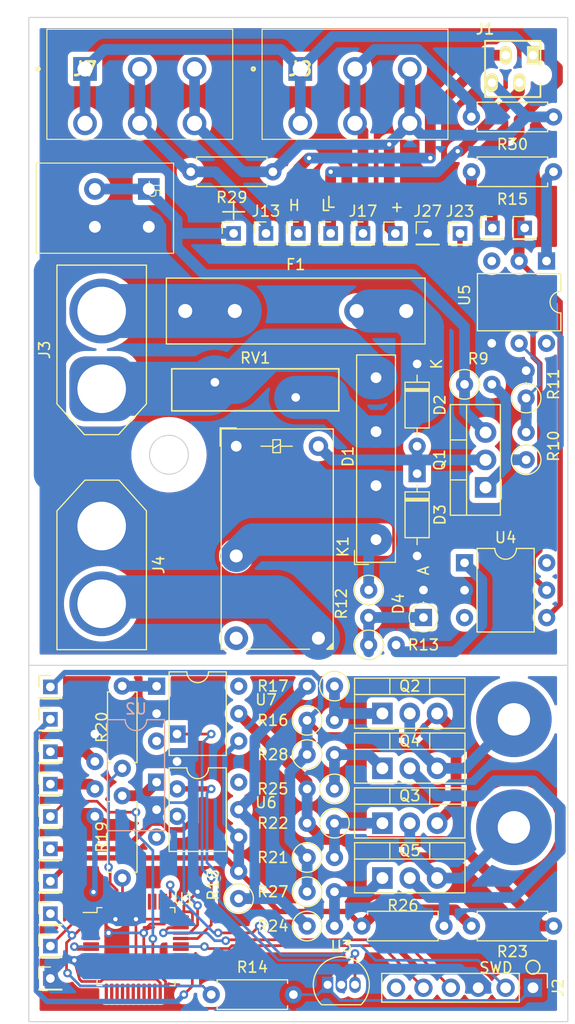
<source format=kicad_pcb>
(kicad_pcb (version 20221018) (generator pcbnew)
  (layers (0 "F.Cu" signal) (31 "B.Cu" signal) (34 "B.Paste" user) (35 "F.Paste" user) (36 "B.SilkS" user "B.Silkscreen") (37 "F.SilkS" user "F.Silkscreen") (38 "B.Mask" user) (39 "F.Mask" user) (44 "Edge.Cuts" user))
  (net 0 "")
  (net 1 "Net-(D1-+)")
  (net 2 "GNDPWR")
  (net 3 "Net-(D2-K)")
  (net 4 "Net-(J3-Pin_1)")
  (net 5 "Net-(D2-A)")
  (net 6 "Net-(D4-K)")
  (net 7 "Net-(J3-Pin_2)")
  (net 8 "GND")
  (net 9 "Net-(J1-Pin_2)")
  (net 10 "Net-(J1-Pin_3)")
  (net 11 "Net-(J1-Pin_4)")
  (net 12 "+3.3V")
  (net 13 "Net-(J2-Pin_2)")
  (net 14 "Net-(J2-Pin_4)")
  (net 15 "Net-(J2-Pin_5)")
  (net 17 "Net-(J4-Pin_2)")
  (net 18 "Net-(J5-Pin_1)")
  (net 19 "Net-(J6-Pin_1)")
  (net 20 "Net-(J6-Pin_2)")
  (net 22 "Net-(Q1-B)")
  (net 23 "Net-(Q2-B)")
  (net 24 "Net-(Q3-B)")
  (net 25 "Net-(Q4-B)")
  (net 26 "Net-(Q4-C)")
  (net 27 "Net-(Q5-B)")
  (net 36 "Net-(R10-Pad2)")
  (net 37 "Net-(R13-Pad2)")
  (net 38 "SENSE")
  (net 39 "Net-(R15-Pad1)")
  (net 40 "PULSE")
  (net 41 "Net-(R17-Pad2)")
  (net 42 "Net-(R19-Pad1)")
  (net 43 "M_L")
  (net 44 "Net-(R20-Pad1)")
  (net 45 "M_R")
  (net 46 "Net-(R22-Pad2)")
  (net 66 "Net-(U1-PA12)")
  (net 77 "Net-(J10-Pin_1)")
  (net 78 "Net-(J11-Pin_1)")
  (net 79 "Net-(U1-PA11)")
  (net 80 "Net-(J13-Pin_1)")
  (net 81 "Net-(J14-Pin_1)")
  (net 82 "Net-(J16-Pin_1)")
  (net 83 "Net-(J17-Pin_1)")
  (net 84 "Net-(J18-Pin_1)")
  (net 85 "Net-(J21-Pin_1)")
  (net 86 "Net-(J23-Pin_1)")
  (net 87 "Net-(J26-Pin_1)")
  (footprint "Connector_PinHeader_2.00mm:PinHeader_1x01_P2.00mm_Vertical" (layer "F.Cu") (at 58 80.01)
    (fp_text reference "J23")
    (fp_text value "Conn_01x01")
  )
  (footprint "Resistor_THT:R_Axial_DIN0207_L6.3mm_D2.5mm_P2.54mm_Vertical" (layer "F.Cu") (at 64.135 100.965 90)
    (fp_text reference "R10")
    (fp_text value "R")
  )
  (footprint "Resistor_THT:R_Axial_DIN0207_L6.3mm_D2.5mm_P2.54mm_Vertical" (layer "F.Cu") (at 43.815 140.97)
    (fp_text reference "R27")
    (fp_text value "R")
  )
  (footprint "Connector_PinHeader_2.00mm:PinHeader_1x01_P2.00mm_Vertical" (layer "F.Cu") (at 37 80)
    (fp_text reference "J9" hide)
    (fp_text value "Conn_01x01")
  )
  (footprint "Connector_PinHeader_2.00mm:PinHeader_1x01_P2.00mm_Vertical" (layer "F.Cu") (at 20 137)
    (fp_text reference "J26" hide)
    (fp_text value "Conn_01x01")
  )
  (footprint "Connector_PinHeader_2.00mm:PinHeader_1x01_P2.00mm_Vertical" (layer "F.Cu") (at 20 128)
    (fp_text reference "J11" hide)
    (fp_text value "Conn_01x01")
  )
  (footprint "Resistor_THT:R_Axial_DIN0207_L6.3mm_D2.5mm_P2.54mm_Vertical" (layer "F.Cu") (at 58.42 93.98)
    (fp_text reference "R9")
    (fp_text value "R")
  )
  (footprint "Connector_PinHeader_2.00mm:PinHeader_1x01_P2.00mm_Vertical" (layer "F.Cu") (at 49 80)
    (fp_text reference "J17")
    (fp_text value "Conn_01x01")
  )
  (footprint "Package_TO_SOT_THT:TO-220-3_Vertical" (layer "F.Cu") (at 50.8 124.46)
    (fp_text reference "Q2")
    (fp_text value "BD680")
  )
  (footprint "Connector_PinHeader_2.00mm:PinHeader_1x01_P2.00mm_Vertical" (layer "F.Cu") (at 20 122)
    (fp_text reference "J10" hide)
    (fp_text value "Conn_01x01")
  )
  (footprint "Resistor_THT:R_Axial_DIN0207_L6.3mm_D2.5mm_P7.62mm_Horizontal" (layer "F.Cu") (at 66.675 144.145 180)
    (fp_text reference "R23")
    (fp_text value "R")
  )
  (footprint "Diode_THT:D_DO-35_SOD27_P2.54mm_Vertical_AnodeUp" (layer "F.Cu") (at 54.61 115.57 90)
    (fp_text reference "D4")
    (fp_text value "BZX79C")
  )
  (footprint "Connector_PinHeader_2.00mm:PinHeader_1x01_P2.00mm_Vertical" (layer "F.Cu") (at 20 143)
    (fp_text reference "J24" hide)
    (fp_text value "Conn_01x01")
  )
  (footprint "Charging_controller:Phoenix_ICV_3_vertical" (layer "F.Cu") (at 43.18 64.77)
    (fp_text reference "J8")
    (fp_text value "Conn_01x03" hide)
  )
  (footprint "Connector_PinHeader_2.00mm:PinHeader_1x01_P2.00mm_Vertical" (layer "F.Cu") (at 43 80)
    (fp_text reference "J12" hide)
    (fp_text value "Conn_01x01")
  )
  (footprint "Package_DIP:DIP-6_W7.62mm" (layer "F.Cu") (at 58.42 110.505)
    (fp_text reference "U4")
    (fp_text value "4N25")
  )
  (footprint "Connector_PinHeader_2.54mm:PinHeader_1x06_P2.54mm_Vertical" (layer "F.Cu") (at 64.77 149.86 -90)
    (fp_text reference "J2")
    (fp_text value "SWD")
  )
  (footprint "Diode_THT:D_DO-35_SOD27_P7.62mm_Horizontal" (layer "F.Cu") (at 54.019999 102.249999 -90)
    (fp_text reference "D3")
    (fp_text value "BAV21")
  )
  (footprint "Varistor:RV_Disc_D15.5mm_W3.9mm_P7.5mm" (layer "F.Cu") (at 42.759999 95.189999 180)
    (fp_text reference "RV1")
    (fp_text value "Varistor")
  )
  (footprint "Resistor_THT:R_Axial_DIN0207_L6.3mm_D2.5mm_P2.54mm_Vertical" (layer "F.Cu") (at 37.465 141.605 90)
    (fp_text reference "R18")
    (fp_text value "R")
  )
  (footprint "Resistor_THT:R_Axial_DIN0207_L6.3mm_D2.5mm_P2.54mm_Vertical" (layer "F.Cu") (at 43.815 137.795)
    (fp_text reference "R21")
    (fp_text value "R")
  )
  (footprint "Resistor_THT:R_Axial_DIN0207_L6.3mm_D2.5mm_P7.62mm_Horizontal" (layer "F.Cu") (at 66.675 74.295 180)
    (fp_text reference "R15")
    (fp_text value "R")
  )
  (footprint "Package_TO_SOT_THT:TO-220-3_Vertical" (layer "F.Cu") (at 50.8 139.7)
    (fp_text reference "Q5")
    (fp_text value "BD680")
  )
  (footprint "Fuse:Fuseholder_Littelfuse_100_series_5x20mm" (layer "F.Cu") (at 32.509999 87.189999)
    (fp_text reference "F1")
    (fp_text value "Fuse")
  )
  (footprint "Resistor_THT:R_Axial_DIN0207_L6.3mm_D2.5mm_P7.62mm_Horizontal" (layer "F.Cu") (at 42.545 150.495 180)
    (fp_text reference "R14")
    (fp_text value "R")
  )
  (footprint "Resistor_THT:R_Axial_DIN0207_L6.3mm_D2.5mm_P7.62mm_Horizontal" (layer "F.Cu") (at 56.515 144.145 180)
    (fp_text reference "R26")
    (fp_text value "R")
  )
  (footprint "Package_DIP:DIP-6_W7.62mm" (layer "F.Cu") (at 29.855 121.935)
    (fp_text reference "U7")
    (fp_text value "4N25")
  )
  (footprint "Resistor_THT:R_Axial_DIN0207_L6.3mm_D2.5mm_P2.54mm_Vertical" (layer "F.Cu") (at 64.135 95.25 90)
    (fp_text reference "R11")
    (fp_text value "R")
  )
  (footprint "Package_TO_SOT_THT:TO-220-3_Vertical" (layer "F.Cu") (at 60.369999 103.519999 90)
    (fp_text reference "Q1")
    (fp_text value "BD680")
  )
  (footprint "Resistor_THT:R_Axial_DIN0207_L6.3mm_D2.5mm_P2.54mm_Vertical" (layer "F.Cu") (at 49.53 113.03 -90)
    (fp_text reference "R12")
    (fp_text value "R")
  )
  (footprint "Connector_PinHeader_2.00mm:PinHeader_1x01_P2.00mm_Vertical" (layer "F.Cu") (at 40 80)
    (fp_text reference "J13")
    (fp_text value "Conn_01x01")
  )
  (footprint "Connector_PinHeader_2.00mm:PinHeader_1x01_P2.00mm_Vertical" (layer "F.Cu") (at 46 80)
    (fp_text reference "J15" hide)
    (fp_text value "Conn_01x01")
  )
  (footprint "Resistor_THT:R_Axial_DIN0207_L6.3mm_D2.5mm_P2.54mm_Vertical" (layer "F.Cu") (at 46.355 121.92 180)
    (fp_text reference "R17")
    (fp_text value "R")
  )
  (footprint "Connector_PinHeader_2.00mm:PinHeader_1x01_P2.00mm_Vertical" (layer "F.Cu") (at 20 131)
    (fp_text reference "J16" hide)
    (fp_text value "Conn_01x01")
  )
  (footprint "Charging_controller:CONN-TE-MICROMATCH-2X2-PTH-BOSS" (layer "F.Cu") (at 60.325 64.77)
    (fp_text reference "J1")
    (fp_text value "CAN")
  )
  (footprint "Resistor_THT:R_Axial_DIN0207_L6.3mm_D2.5mm_P2.54mm_Vertical" (layer "F.Cu") (at 46.355 134.62 180)
    (fp_text reference "R22")
    (fp_text value "R")
  )
  (footprint "Connector_PinHeader_2.00mm:PinHeader_1x01_P2.00mm_Vertical" (layer "F.Cu") (at 20 134)
    (fp_text reference "J18" hide)
    (fp_text value "Conn_01x01")
  )
  (footprint "Connector_AMASS:AMASS_XT60-F_1x02_P7.20mm_Vertical" (layer "F.Cu") (at 24.759999 107.1 -90)
    (fp_text reference "J4")
    (fp_text value "BAT")
  )
  (footprint "Charging_controller:Motor" (layer "F.Cu") (at 63 135 90)
    (fp_text reference "J6")
    (fp_text value "MOTOR")
  )
  (footprint "Resistor_THT:R_Axial_DIN0207_L6.3mm_D2.5mm_P2.54mm_Vertical" (layer "F.Cu") (at 43.815 144.145)
    (fp_text reference "R24")
    (fp_text value "R")
  )
  (footprint "Connector_PinHeader_2.00mm:PinHeader_1x01_P2.00mm_Vertical" (layer "F.Cu") (at 20 146)
    (fp_text reference "J22" hide)
    (fp_text value "Conn_01x01")
  )
  (footprint "Diode_THT:Diode_Bridge_19.0x3.5x10.0mm_P5.0mm" (layer "F.Cu") (at 50.209999 108.359999 90)
    (fp_text reference "D1")
    (fp_text value "D_Bridge_+-AA")
  )
  (footprint "Connector_PinHeader_2.00mm:PinHeader_1x01_P2.00mm_Vertical" (layer "F.Cu") (at 55 80)
    (fp_text reference "J27")
    (fp_text value "Conn_01x01")
  )
  (footprint "Resistor_THT:R_Axial_DIN0207_L6.3mm_D2.5mm_P2.54mm_Vertical" (layer "F.Cu") (at 43.815 128.27)
    (fp_text reference "R28")
    (fp_text value "R")
  )
  (footprint "Connector_PinHeader_2.00mm:PinHeader_1x01_P2.00mm_Vertical" (layer "F.Cu") (at 20 149)
    (fp_text reference "J20" hide)
    (fp_text value "Conn_01x01")
  )
  (footprint "Connector_PinHeader_2.00mm:PinHeader_1x01_P2.00mm_Vertical" (layer "F.Cu") (at 20 125)
    (fp_text reference "J14" hide)
    (fp_text value "Conn_01x01")
  )
  (footprint "Resistor_THT:R_Axial_DIN0207_L6.3mm_D2.5mm_P7.62mm_Horizontal" (layer "F.Cu") (at 40.64 74.295 180)
    (fp_text reference "R29")
    (fp_text value "R")
  )
  (footprint "Resistor_THT:R_Axial_DIN0207_L6.3mm_D2.5mm_P7.62mm_Horizontal" (layer "F.Cu") (at 26.67 121.92 -90)
    (fp_text reference "R20")
    (fp_text value "R")
  )
  (footprint "Resistor_THT:R_Axial_DIN0207_L6.3mm_D2.5mm_P2.54mm_Vertical" (layer "F.Cu") (at 43.815 125.095)
    (fp_text reference "R16")
    (fp_text value "R")
  )
  (footprint "Charging_controller:Phoenix_ICV_3_vertical" (layer "F.Cu") (at 23.215 64.77)
    (fp_text reference "J7")
    (fp_text value "Conn_01x03" hide)
  )
  (footprint "Charging_controller:Wago_01x02_3,5mm" (layer "F.Cu") (at 29.13 75.889999 -90)
    (fp_text reference "J5")
    (fp_text value "ZAS")
  )
  (footprint "Package_TO_SOT_THT:TO-220-3_Vertical" (layer "F.Cu") (at 50.8 134.62)
    (fp_text reference "Q3")
    (fp_text value "BD680")
  )
  (footprint "Package_QFP:LQFP-48_7x7mm_P0.5mm" (layer "F.Cu") (at 27.94 146.05)
    (fp_text reference "U1")
    (fp_text value "STM32F103CBTx")
  )
  (footprint "Connector_PinHeader_2.00mm:PinHeader_1x01_P2.00mm_Vertical" (layer "F.Cu") (at 20 140)
    (fp_text reference "J28" hide)
    (fp_text value "Conn_01x01")
  )
  (footprint "Package_TO_SOT_THT:TO-220-3_Vertical" (layer "F.Cu") (at 50.8 129.54)
    (fp_text reference "Q4")
    (fp_text value "BD680")
  )
  (footprint "Package_TO_SOT_THT:TO-92_Inline" (layer "F.Cu") (at 45.72 149.585)
    (fp_text reference "U3")
    (fp_text value "L78L33_TO92")
  )
  (footprint "Package_DIP:DIP-6_W7.62mm" (layer "F.Cu") (at 29.855 130.825)
    (fp_text reference "U6")
    (fp_text value "4N25")
  )
  (footprint "Resistor_THT:R_Axial_DIN0207_L6.3mm_D2.5mm_P7.62mm_Horizontal" (layer "F.Cu") (at 66.675 69.215 180)
    (fp_text reference "R30")
    (fp_text value "R")
  )
  (footprint "Resistor_THT:R_Axial_DIN0207_L6.3mm_D2.5mm_P2.54mm_Vertical" (layer "F.Cu") (at 46.355 131.445 180)
    (fp_text reference "R25")
    (fp_text value "R")
  )
  (footprint "Resistor_THT:R_Axial_DIN0207_L6.3mm_D2.5mm_P2.54mm_Vertical" (layer "F.Cu") (at 49.53 118.11)
    (fp_text reference "R13")
    (fp_text value "R")
  )
  (footprint "Package_DIP:DIP-6_W7.62mm" (layer "F.Cu") (at 66.025 82.56 -90)
    (fp_text reference "U5")
    (fp_text value "4N25")
  )
  (footprint "Connector_PinHeader_2.00mm:PinHeader_1x01_P2.00mm_Vertical" (layer "F.Cu") (at 52 80.01)
    (fp_text reference "J25" hide)
    (fp_text value "Conn_01x01")
  )
  (footprint "Resistor_THT:R_Axial_DIN0207_L6.3mm_D2.5mm_P7.62mm_Horizontal" (layer "F.Cu") (at 26.67 132.08 -90)
    (fp_text reference "R19")
    (fp_text value "R")
  )
  (footprint "Relay_THT:Relay_SPDT_Finder_32.21-x000" (layer "F.Cu") (at 37.2425 99.709999 -90)
    (fp_text reference "K1")
    (fp_text value "FINDER-32.21-x000")
  )
  (footprint "Connector_PinHeader_2.00mm:PinHeader_1x01_P2.00mm_Vertical" (layer "F.Cu") (at 64 79.5)
    (fp_text reference "J19" hide)
    (fp_text value "Conn_01x01")
  )
  (footprint "Diode_THT:D_DO-35_SOD27_P7.62mm_Horizontal" (layer "F.Cu") (at 54.019999 92.089999 -90)
    (fp_text reference "D2")
    (fp_text value "BAV21")
  )
  (footprint "Connector_PinHeader_2.00mm:PinHeader_1x01_P2.00mm_Vertical" (layer "F.Cu") (at 61 79.5)
    (fp_text reference "J21" hide)
    (fp_text value "Conn_01x01")
  )
  (footprint "Connector_AMASS:AMASS_XT60-M_1x02_P7.20mm_Vertical" (layer "F.Cu") (at 24.759999 94.389999 90)
    (fp_text reference "J3")
    (fp_text value "LAD")
  )
  (footprint "Package_DIP:DIP-8_W7.62mm" (layer "B.Cu") (at 31.75 126.365 180)
    (fp_text reference "U2")
    (fp_text value "MCP2562-E-P")
  )
  (gr_circle (center 64.77 147.955) (end 65.405 147.955) (stroke (width 0.15)) (fill none) (layer "F.SilkS"))
  (gr_line (start 37 77) (end 37 78.67) (stroke (width 0.15)) (layer "F.SilkS"))
  (gr_line (start 36 78) (end 38 78) (stroke (width 0.15)) (layer "F.SilkS"))
  (gr_line (start 68 60) (end 68 89) (stroke (width 0.1)) (layer "Edge.Cuts"))
  (gr_line (start 68 120) (end 68 89) (stroke (width 0.1)) (layer "Edge.Cuts"))
  (gr_line (start 18 60) (end 68 60) (stroke (width 0.1)) (layer "Edge.Cuts"))
  (gr_line (start 18 70) (end 18 60) (stroke (width 0.1)) (layer "Edge.Cuts"))
  (gr_line (start 68 153) (end 68 120) (stroke (width 0.1)) (layer "Edge.Cuts"))
  (gr_line (start 18 120) (end 68 120) (stroke (width 0.1)) (layer "Edge.Cuts"))
  (gr_line (start 18 120) (end 18 70) (stroke (width 0.1)) (layer "Edge.Cuts"))
  (gr_line (start 18 153) (end 68 153) (stroke (width 0.1)) (layer "Edge.Cuts"))
  (gr_circle (center 31 100.5) (end 32.8 100.5) (stroke (width 0.1)) (fill none) (layer "Edge.Cuts"))
  (gr_line (start 18 120) (end 18 153) (stroke (width 0.1)) (layer "Edge.Cuts"))
  (gr_text "SWD" (at 59.69 148.59) (layer "F.SilkS") (effects (font (size 1 1)) (justify left bottom)))
  (gr_text "+" (at 51.435 78.105) (layer "F.SilkS") (effects (font (size 1 1)) (justify left bottom)))
  (gr_text "L" (at 45 78) (layer "F.SilkS") (effects (font (size 1 1)) (justify left bottom)))
  (gr_text "L" (at 45.5 77.705) (layer "F.SilkS") (effects (font (size 1 1)) (justify left bottom)))
  (gr_text "H" (at 42 78) (layer "F.SilkS") (effects (font (size 1 1)) (justify left bottom)))
  (segment (start 49.53 109.039998) (end 50.209999 108.359999) (width 1) (layer "B.Cu") (net 1))
  (segment (start 49.53 113.03) (end 49.53 109.039998) (width 1) (layer "B.Cu") (net 1))
  (segment (start 50.209999 108.359999) (end 38.7525 108.359999) (width 3) (layer "B.Cu") (net 1))
  (segment (start 38.7525 108.359999) (end 37.2425 109.869999) (width 3) (layer "B.Cu") (net 1))
  (segment (start 20 140) (end 22.166 137.834) (width 0.5) (layer "F.Cu") (net 2))
  (segment (start 36.234 137.834) (end 37.465 139.065) (width 0.5) (layer "F.Cu") (net 2))
  (segment (start 41.195 142.795) (end 37.465 139.065) (width 0.5) (layer "F.Cu") (net 2))
  (segment (start 47.545 142.795) (end 41.195 142.795) (width 0.5) (layer "F.Cu") (net 2))
  (segment (start 57.555 142.645) (end 50.395 142.645) (width 1) (layer "F.Cu") (net 2))
  (segment (start 50.395 142.645) (end 48.895 144.145) (width 1) (layer "F.Cu") (net 2))
  (segment (start 59.055 144.145) (end 57.555 142.645) (width 1) (layer "F.Cu") (net 2))
  (segment (start 22.166 137.834) (end 36.234 137.834) (width 0.5) (layer "F.Cu") (net 2))
  (segment (start 48.895 144.145) (end 47.545 142.795) (width 0.5) (layer "F.Cu") (net 2))
  (segment (start 54.61 113.03) (end 54.61 110.46) (width 1) (layer "B.Cu") (net 2))
  (segment (start 54.019999 106.795987) (end 50.584011 103.359999) (width 3) (layer "B.Cu") (net 2))
  (segment (start 50.209999 103.359999) (end 37 103.359999) (width 3) (layer "B.Cu") (net 2))
  (segment (start 55 80) (end 60.945 85.945) (width 1) (layer "B.Cu") (net 2))
  (segment (start 33.259999 107.1) (end 37 103.359999) (width 5) (layer "B.Cu") (net 2))
  (segment (start 19.959999 102.3) (end 19.959999 83.56) (width 3) (layer "B.Cu") (net 2))
  (segment (start 54.61 110.46) (end 54.019999 109.869999) (width 1) (layer "B.Cu") (net 2))
  (segment (start 37.475 135.905) (end 37.475 139.055) (width 1) (layer "B.Cu") (net 2))
  (segment (start 66.584189 88.83) (end 67.375 89.620811) (width 0.5) (layer "B.Cu") (net 2))
  (segment (start 60.945 85.945) (end 60.945 90.18) (width 1) (layer "B.Cu") (net 2))
  (segment (start 24.13 79.389999) (end 29.13 79.389999) (width 3) (layer "B.Cu") (net 2))
  (segment (start 67.375 89.620811) (end 67.375 99.634189) (width 0.5) (layer "B.Cu") (net 2))
  (segment (start 36.195 134.625) (end 36.195 128.295) (width 0.5) (layer "B.Cu") (net 2))
  (segment (start 37.2425 103.117499) (end 37 103.359999) (width 3) (layer "B.Cu") (net 2))
  (segment (start 54.61 113.03) (end 58.405 113.03) (width 1) (layer "B.Cu") (net 2))
  (segment (start 37.2425 99.709999) (end 37.2425 103.117499) (width 3) (layer "B.Cu") (net 2))
  (segment (start 19.959999 83.56) (end 24.13 79.389999) (width 3) (layer "B.Cu") (net 2))
  (segment (start 24.759999 107.1) (end 19.959999 102.3) (width 3) (layer "B.Cu") (net 2))
  (segment (start 37.475 139.055) (end 37.465 139.065) (width 1) (layer "B.Cu") (net 2))
  (segment (start 60.213202 106.795987) (end 54.019999 106.795987) (width 0.5) (layer "B.Cu") (net 2))
  (segment (start 24.759999 107.1) (end 24.55 107.1) (width 5) (layer "B.Cu") (net 2))
  (segment (start 58.405 113.03) (end 58.42 113.045) (width 1) (layer "B.Cu") (net 2))
  (segment (start 54.019999 109.869999) (end 54.019999 106.795987) (width 3) (layer "B.Cu") (net 2))
  (segment (start 67.375 99.634189) (end 60.213202 106.795987) (width 0.5) (layer "B.Cu") (net 2))
  (segment (start 63.475 92.71) (end 60.945 90.18) (width 0.5) (layer "B.Cu") (net 2))
  (segment (start 64.135 92.71) (end 63.475 92.71) (width 1) (layer "B.Cu") (net 2))
  (segment (start 24.759999 107.1) (end 33.259999 107.1) (width 5) (layer "B.Cu") (net 2))
  (segment (start 50.584011 103.359999) (end 50.209999 103.359999) (width 3) (layer "B.Cu") (net 2))
  (segment (start 60.945 90.18) (end 62.295 88.83) (width 0.5) (layer "B.Cu") (net 2))
  (segment (start 36.195 128.295) (end 37.475 127.015) (width 0.5) (layer "B.Cu") (net 2))
  (segment (start 62.295 88.83) (end 66.584189 88.83) (width 0.5) (layer "B.Cu") (net 2))
  (segment (start 37.475 135.905) (end 36.195 134.625) (width 0.5) (layer "B.Cu") (net 2))
  (segment (start 42.759999 95.189999) (end 45.732686 95.189999) (width 4) (layer "B.Cu") (net 3))
  (segment (start 53.009999 87.189999) (end 49.612079 87.189999) (width 4) (layer "B.Cu") (net 3))
  (segment (start 50.209999 98.359999) (end 51.624212 98.359999) (width 3) (layer "B.Cu") (net 3))
  (segment (start 54.509999 95.474212) (end 54.509999 88.689999) (width 4) (layer "B.Cu") (net 3))
  (segment (start 54.509999 88.689999) (end 53.009999 87.189999) (width 4) (layer "B.Cu") (net 3))
  (segment (start 48.902686 98.359999) (end 50.209999 98.359999) (width 3) (layer "B.Cu") (net 3))
  (segment (start 51.624212 98.359999) (end 54.409999 95.574212) (width 3) (layer "B.Cu") (net 3))
  (segment (start 45.732686 95.189999) (end 48.902686 98.359999) (width 3) (layer "B.Cu") (net 3))
  (segment (start 54.409999 95.574212) (end 54.509999 95.474212) (width 4) (layer "B.Cu") (net 3))
  (segment (start 50.209999 93.359999) (end 49.842383 93.359999) (width 4) (layer "B.Cu") (net 4))
  (segment (start 34.659999 94.389999) (end 35.259999 93.789999) (width 5) (layer "B.Cu") (net 4))
  (segment (start 37.156803 93.789999) (end 35.259999 93.789999) (width 4) (layer "B.Cu") (net 4))
  (segment (start 40.126803 90.819999) (end 37.156803 93.789999) (width 4) (layer "B.Cu") (net 4))
  (segment (start 49.842383 93.359999) (end 47.302383 90.819999) (width 4) (layer "B.Cu") (net 4))
  (segment (start 47.302383 90.819999) (end 40.126803 90.819999) (width 4) (layer "B.Cu") (net 4))
  (segment (start 24.759999 94.389999) (end 34.659999 94.389999) (width 5) (layer "B.Cu") (net 4))
  (segment (start 54.019999 99.709999) (end 54.019999 102.249999) (width 1) (layer "B.Cu") (net 5))
  (segment (start 46.1325 100.979999) (end 60.369999 100.979999) (width 1) (layer "B.Cu") (net 5))
  (segment (start 44.8625 99.709999) (end 46.1325 100.979999) (width 1) (layer "B.Cu") (net 5))
  (segment (start 49.53 115.57) (end 54.61 115.57) (width 1) (layer "B.Cu") (net 6))
  (segment (start 49.53 115.57) (end 49.53 118.745) (width 1) (layer "B.Cu") (net 6))
  (segment (start 24.759999 87.189999) (end 37.109999 87.189999) (width 5) (layer "B.Cu") (net 7))
  (segment (start 27.965 126.365) (end 29.855 124.475) (width 1) (layer "F.Cu") (net 8))
  (segment (start 31.055685 142.825) (end 32.385 142.825) (width 0.25) (layer "F.Cu") (net 8))
  (segment (start 27.94 149.064315) (end 28.575 149.064315) (width 0.25) (layer "F.Cu") (net 8))
  (segment (start 29.845 149.064315) (end 30.19 149.409315) (width 0.25) (layer "F.Cu") (net 8))
  (segment (start 27.94 143.51) (end 30.370685 143.51) (width 0.25) (layer "F.Cu") (net 8))
  (segment (start 29.845 149.064315) (end 24.900685 149.064315) (width 0.25) (layer "F.Cu") (net 8))
  (segment (start 32.385 142.24) (end 32.385 142.825) (width 0.25) (layer "F.Cu") (net 8))
  (segment (start 33.18 142.99) (end 33.18 143.8) (width 0.25) (layer "F.Cu") (net 8))
  (segment (start 33.655 140.97) (end 32.385 142.24) (width 0.25) (layer "F.Cu") (net 8))
  (segment (start 32.385 142.825) (end 33.015 142.825) (width 0.25) (layer "F.Cu") (net 8))
  (segment (start 30.19 149.409315) (end 30.19 150.2125) (width 0.25) (layer "F.Cu") (net 8))
  (segment (start 67.035 65.92132) (end 63.485 69.47132) (width 1) (layer "F.Cu") (net 8))
  (segment (start 33.18 143.8) (end 32.1025 143.8) (width 0.25) (layer "F.Cu") (net 8))
  (segment (start 22.86 149.225) (end 22.91 149.275) (width 0.25) (layer "F.Cu") (net 8))
  (segment (start 25.69 143.165) (end 26.035 143.51) (width 0.25) (layer "F.Cu") (net 8))
  (segment (start 22.91 149.275) (end 22.715 149.08) (width 0.25) (layer "F.Cu") (net 8))
  (segment (start 22.715 149.08) (end 22.225 147.32) (width 0.25) (layer "F.Cu") (net 8))
  (segment (start 67.29 114.335) (end 66.04 115.585) (width 0.5) (layer "F.Cu") (net 8))
  (segment (start 63.485 82.56) (end 67.29 86.365) (width 0.5) (layer "F.Cu") (net 8))
  (segment (start 24.900685 149.064315) (end 24.69 149.275) (width 0.25) (layer "F.Cu") (net 8))
  (segment (start 22.225 147.32) (end 22.715 147.059315) (width 0.25) (layer "F.Cu") (net 8))
  (segment (start 64.77 63.5) (end 65.85632 63.5) (width 1) (layer "F.Cu") (net 8))
  (segment (start 33.015 142.825) (end 33.18 142.99) (width 0.25) (layer "F.Cu") (net 8))
  (segment (start 67.29 86.365) (end 67.29 114.335) (width 0.5) (layer "F.Cu") (net 8))
  (segment (start 30.370685 143.51) (end 31.055685 142.825) (width 0.25) (layer "F.Cu") (net 8))
  (segment (start 24.69 149.275) (end 22.91 149.275) (width 0.25) (layer "F.Cu") (net 8))
  (segment (start 67.035 64.67868) (end 67.035 65.92132) (width 1) (layer "F.Cu") (net 8))
  (segment (start 63.485 69.47132) (end 63.485 82.56) (width 1) (layer "F.Cu") (net 8))
  (segment (start 27.94 143.51) (end 27.94 149.064315) (width 0.25) (layer "F.Cu") (net 8))
  (segment (start 22.715 147.059315) (end 22.974315 146.8) (width 0.25) (layer "F.Cu") (net 8))
  (segment (start 24.13 126.365) (end 27.965 126.365) (width 1) (layer "F.Cu") (net 8))
  (segment (start 25.69 141.8875) (end 25.69 143.165) (width 0.25) (layer "F.Cu") (net 8))
  (segment (start 65.85632 63.5) (end 67.035 64.67868) (width 1) (layer "F.Cu") (net 8))
  (segment (start 22.974315 146.8) (end 23.7775 146.8) (width 0.25) (layer "F.Cu") (net 8))
  (via (at 33.655 140.97) (size 0.8) (drill 0.4) (layers "F.Cu" "B.Cu") (net 8))
  (via (at 22.225 147.32) (size 0.8) (drill 0.4) (layers "F.Cu" "B.Cu") (net 8))
  (via (at 26.035 143.51) (size 0.8) (drill 0.4) (layers "F.Cu" "B.Cu") (net 8))
  (via (at 27.94 143.51) (size 0.8) (drill 0.4) (layers "F.Cu" "B.Cu") (net 8))
  (segment (start 43.18 69.81) (end 43.18 64.77) (width 1) (layer "B.Cu") (net 8))
  (segment (start 34.755 141.784365) (end 34.755 142.07) (width 1) (layer "B.Cu") (net 8))
  (segment (start 33.25 124.865) (end 33.25 128.53637) (width 1) (layer "B.Cu") (net 8))
  (segment (start 25.015 62.97) (end 41.38 62.97) (width 1) (layer "B.Cu") (net 8))
  (segment (start 33.25 128.53637) (end 32.88137 128.905) (width 1) (layer "B.Cu") (net 8))
  (segment (start 20 149) (end 21.68 147.32) (width 0.25) (layer "B.Cu") (net 8))
  (segment (start 33.655 140.97) (end 33.825 141.14) (width 1) (layer "B.Cu") (net 8))
  (segment (start 27.94 143.51) (end 26.035 143.51) (width 0.25) (layer "B.Cu") (net 8))
  (segment (start 32.88137 128.905) (end 31.75 128.905) (width 1) (layer "B.Cu") (net 8))
  (segment (start 46.535 148.135) (end 46.99 148.59) (width 1) (layer "B.Cu") (net 8))
  (segment (start 32.86 124.475) (end 33.25 124.865) (width 1) (layer "B.Cu") (net 8))
  (segment (start 33.655 140.97) (end 33.655 140.97) (width 1) (layer "B.Cu") (net 8))
  (segment (start 47.752588 148.135) (end 57.965 148.135) (width 1) (layer "B.Cu") (net 8))
  (segment (start 63.04 61.77) (end 64.77 63.5) (width 1) (layer "B.Cu") (net 8))
  (segment (start 46.99 148.59) (end 46.99 149.585) (width 1) (layer "B.Cu") (net 8))
  (segment (start 41.38 62.97) (end 43.18 64.77) (width 1) (layer "B.Cu") (net 8))
  (segment (start 33.25 132.715) (end 33.25 140.565) (width 1) (layer "B.Cu") (net 8))
  (segment (start 57.965 148.135) (end 59.69 149.86) (width 1) (layer "B.Cu") (net 8))
  (segment (start 29.855 133.365) (end 30.505 132.715) (width 0.25) (layer "B.Cu") (net 8))
  (segment (start 46.99 148.897588) (end 47.752588 148.135) (width 1) (layer "B.Cu") (net 8))
  (segment (start 34.755 142.07) (end 40.82 148.135) (width 1) (layer "B.Cu") (net 8))
  (segment (start 40.82 148.135) (end 46.535 148.135) (width 1) (layer "B.Cu") (net 8))
  (segment (start 31.75 128.905) (end 33.25 130.405) (width 1) (layer "B.Cu") (net 8))
  (segment (start 21.68 147.32) (end 22.225 147.32) (width 0.25) (layer "B.Cu") (net 8))
  (segment (start 43.18 64.77) (end 46.18 61.77) (width 1) (layer "B.Cu") (net 8))
  (segment (start 23.215 69.81) (end 23.215 64.77) (width 1) (layer "B.Cu") (net 8))
  (segment (start 34.110635 141.14) (end 34.755 141.784365) (width 1) (layer "B.Cu") (net 8))
  (segment (start 33.25 130.405) (end 33.25 132.715) (width 1) (layer "B.Cu") (net 8))
  (segment (start 33.655 140.97) (end 33.655 140.97) (width 1) (layer "B.Cu") (net 8))
  (segment (start 29.855 124.475) (end 32.86 124.475) (width 1) (layer "B.Cu") (net 8))
  (segment (start 33.25 140.565) (end 33.655 140.97) (width 1) (layer "B.Cu") (net 8))
  (segment (start 23.215 64.77) (end 25.015 62.97) (width 1) (layer "B.Cu") (net 8))
  (segment (start 46.18 61.77) (end 63.04 61.77) (width 1) (layer "B.Cu") (net 8))
  (segment (start 33.825 141.14) (end 34.110635 141.14) (width 1) (layer "B.Cu") (net 8))
  (segment (start 30.505 132.715) (end 33.25 132.715) (width 0.25) (layer "B.Cu") (net 8))
  (segment (start 46.99 149.585) (end 46.99 148.897588) (width 1) (layer "B.Cu") (net 8))
  (segment (start 46 74.295) (end 46 76) (width 1) (layer "F.Cu") (net 9))
  (segment (start 46 75.6475) (end 46 78.3525) (width 1) (layer "F.Cu") (net 9))
  (segment (start 63.5 66.891321) (end 63.5 66.04) (width 1) (layer "F.Cu") (net 9))
  (segment (start 57.785 72.39) (end 58.001321 72.39) (width 1) (layer "F.Cu") (net 9))
  (segment (start 58.001321 72.39) (end 63.5 66.891321) (width 1) (layer "F.Cu") (net 9))
  (segment (start 46 78.3525) (end 46 80) (width 1) (layer "F.Cu") (net 9))
  (via (at 57.785 72.39) (size 0.8) (drill 0.4) (layers "F.Cu" "B.Cu") (net 9))
  (via (at 46 74.295) (size 0.8) (drill 0.4) (layers "F.Cu" "B.Cu") (net 9))
  (segment (start 46 74.295) (end 55.88 74.295) (width 1) (layer "B.Cu") (net 9))
  (segment (start 55.88 74.295) (end 57.785 72.39) (width 1) (layer "B.Cu") (net 9))
  (segment (start 55.245 68.925) (end 55.245 73.025) (width 1) (layer "F.Cu") (net 10))
  (segment (start 60.67 63.5) (end 55.245 68.925) (width 1) (layer "F.Cu") (net 10))
  (segment (start 43 74) (end 43 80) (width 1) (layer "F.Cu") (net 10))
  (segment (start 62.23 63.5) (end 60.67 63.5) (width 1) (layer "F.Cu") (net 10))
  (segment (start 44 73.025) (end 43.975 73.025) (width 1) (layer "F.Cu") (net 10))
  (segment (start 43.975 73.025) (end 43 74) (width 1) (layer "F.Cu") (net 10))
  (via (at 44 73.025) (size 0.8) (drill 0.4) (layers "F.Cu" "B.Cu") (net 10))
  (via (at 55.245 73.025) (size 0.8) (drill 0.4) (layers "F.Cu" "B.Cu") (net 10))
  (segment (start 55.245 73.025) (end 44 73.025) (width 1) (layer "B.Cu") (net 10))
  (segment (start 51.435 71.755) (end 51.435 79.445) (width 1) (layer "F.Cu") (net 11))
  (segment (start 51.435 79.445) (end 52 80.01) (width 1) (layer "F.Cu") (net 11))
  (via (at 51.435 71.755) (size 0.8) (drill 0.4) (layers "F.Cu" "B.Cu") (net 11))
  (segment (start 53.34 64.77) (end 53.34 69.81) (width 1) (layer "B.Cu") (net 11))
  (segment (start 33.375 64.77) (end 33.375 69.81) (width 1) (layer "B.Cu") (net 11))
  (segment (start 64.135 69.215) (end 60.96 66.04) (width 1) (layer "B.Cu") (net 11))
  (segment (start 51.435 71.715) (end 51.435 71.755) (width 1) (layer "B.Cu") (net 11))
  (segment (start 51.395 71.755) (end 43.18 71.755) (width 1) (layer "B.Cu") (net 11))
  (segment (start 51.435 71.755) (end 51.395 71.755) (width 1) (layer "B.Cu") (net 11))
  (segment (start 62.440001 70.909999) (end 64.135 69.215) (width 1) (layer "B.Cu") (net 11))
  (segment (start 53.34 69.81) (end 51.435 71.715) (width 1) (layer "B.Cu") (net 11))
  (segment (start 53.34 69.81) (end 54.439999 70.909999) (width 1) (layer "B.Cu") (net 11))
  (segment (start 54.439999 70.909999) (end 62.440001 70.909999) (width 1) (layer "B.Cu") (net 11))
  (segment (start 40.64 74.295) (end 37.86 74.295) (width 1) (layer "B.Cu") (net 11))
  (segment (start 37.86 74.295) (end 33.375 69.81) (width 1) (layer "B.Cu") (net 11))
  (segment (start 66.675 69.215) (end 64.135 69.215) (width 1) (layer "B.Cu") (net 11))
  (segment (start 51.395 71.755) (end 51.395 71.755) (width 1) (layer "B.Cu") (net 11))
  (segment (start 43.18 71.755) (end 40.64 74.295) (width 1) (layer "B.Cu") (net 11))
  (segment (start 30.031396 148.614315) (end 30.69 149.272919) (width 0.25) (layer "F.Cu") (net 12))
  (segment (start 25.19 144.57) (end 25.19 141.8875) (width 0.25) (layer "F.Cu") (net 12))
  (segment (start 29.869315 148.614315) (end 30.031396 148.614315) (width 0.25) (layer "F.Cu") (net 12))
  (segment (start 32.2425 151.765) (end 30.69 150.2125) (width 0.25) (layer "F.Cu") (net 12))
  (segment (start 28.6645 144.78) (end 28.6645 144.5635) (width 0.25) (layer "F.Cu") (net 12))
  (segment (start 28.6645 144.78) (end 28.6645 147.4095) (width 0.25) (layer "F.Cu") (net 12))
  (segment (start 30.557081 143.96) (end 31.217081 143.3) (width 0.25) (layer "F.Cu") (net 12))
  (segment (start 29.268 143.96) (end 30.557081 143.96) (width 0.25) (layer "F.Cu") (net 12))
  (segment (start 30.69 149.272919) (end 30.69 150.2125) (width 0.25) (layer "F.Cu") (net 12))
  (segment (start 42.545 150.495) (end 41.275 151.765) (width 0.25) (layer "F.Cu") (net 12))
  (segment (start 41.275 151.765) (end 32.2425 151.765) (width 0.25) (layer "F.Cu") (net 12))
  (segment (start 25.19 141.8875) (end 24 141) (width 0.25) (layer "F.Cu") (net 12))
  (segment (start 24 141) (end 24.13 140.8275) (width 0.25) (layer "F.Cu") (net 12))
  (segment (start 24.580685 147.3) (end 23.7775 147.3) (width 0.25) (layer "F.Cu") (net 12))
  (segment (start 28.6645 144.5635) (end 29.268 143.96) (width 0.25) (layer "F.Cu") (net 12))
  (segment (start 28.6645 147.4095) (end 29.869315 148.614315) (width 0.25) (layer "F.Cu") (net 12))
  (segment (start 25.4 144.78) (end 25.19 144.99) (width 0.25) (layer "F.Cu") (net 12))
  (segment (start 31.217081 143.3) (end 32.1025 143.3) (width 0.25) (layer "F.Cu") (net 12))
  (segment (start 25.19 144.99) (end 25.19 146.690685) (width 0.25) (layer "F.Cu") (net 12))
  (segment (start 25.19 146.690685) (end 24.580685 147.3) (width 0.25) (layer "F.Cu") (net 12))
  (segment (start 25.4 144.78) (end 25.19 144.57) (width 0.25) (layer "F.Cu") (net 12))
  (via (at 24 141) (size 0.8) (drill 0.4) (layers "F.Cu" "B.Cu") (net 12))
  (via (at 25.4 144.78) (size 0.8) (drill 0.4) (layers "F.Cu" "B.Cu") (net 12))
  (via (at 28.6645 144.78) (size 0.8) (drill 0.4) (layers "F.Cu" "B.Cu") (net 12))
  (segment (start 24.13 140.87) (end 24 141) (width 0.5) (layer "B.Cu") (net 12))
  (segment (start 25.4 144.78) (end 28.6645 144.78) (width 0.25) (layer "B.Cu") (net 12))
  (segment (start 24.13 133.985) (end 24.13 140.87) (width 0.5) (layer "B.Cu") (net 12))
  (segment (start 42.545 150.495) (end 44.81 150.495) (width 0.25) (layer "B.Cu") (net 12))
  (segment (start 45.72 149.585) (end 45.72 149.86) (width 0.25) (layer "B.Cu") (net 12))
  (segment (start 46.895 151.035) (end 63.595 151.035) (width 0.25) (layer "B.Cu") (net 12))
  (segment (start 44.81 150.495) (end 45.72 149.585) (width 0.25) (layer "B.Cu") (net 12))
  (segment (start 63.595 151.035) (end 64.77 149.86) (width 0.25) (layer "B.Cu") (net 12))
  (segment (start 45.72 149.86) (end 46.895 151.035) (width 0.25) (layer "B.Cu") (net 12))
  (segment (start 31.115 140.335) (end 31.115 141.4625) (width 0.25) (layer "F.Cu") (net 13))
  (segment (start 38.735 144.78) (end 35.56 144.78) (width 0.25) (layer "F.Cu") (net 13))
  (segment (start 31.115 141.4625) (end 30.69 141.8875) (width 0.25) (layer "F.Cu") (net 13))
  (segment (start 39.37 144.145) (end 38.735 144.78) (width 0.25) (layer "F.Cu") (net 13))
  (via (at 35.56 144.78) (size 0.8) (drill 0.4) (layers "F.Cu" "B.Cu") (net 13))
  (via (at 31.115 140.335) (size 0.8) (drill 0.4) (layers "F.Cu" "B.Cu") (net 13))
  (via (at 39.37 144.145) (size 0.8) (drill 0.4) (layers "F.Cu" "B.Cu") (net 13))
  (segment (start 50.8 147.31) (end 50.165 147.31) (width 0.25) (layer "B.Cu") (net 13))
  (segment (start 31.115 140.725305) (end 35.169695 144.78) (width 0.25) (layer "B.Cu") (net 13))
  (segment (start 62.23 149.86) (end 59.68 147.31) (width 0.25) (layer "B.Cu") (net 13))
  (segment (start 46.99 146.86) (end 41.45 146.86) (width 0.25) (layer "B.Cu") (net 13))
  (segment (start 59.68 147.31) (end 50.8 147.31) (width 0.25) (layer "B.Cu") (net 13))
  (segment (start 50.165 147.31) (end 48.815 145.96) (width 0.25) (layer "B.Cu") (net 13))
  (segment (start 41.45 146.86) (end 39.37 144.78) (width 0.25) (layer "B.Cu") (net 13))
  (segment (start 31.115 140.335) (end 31.115 140.725305) (width 0.25) (layer "B.Cu") (net 13))
  (segment (start 47.89 145.96) (end 46.99 146.86) (width 0.25) (layer "B.Cu") (net 13))
  (segment (start 35.169695 144.78) (end 35.56 144.78) (width 0.25) (layer "B.Cu") (net 13))
  (segment (start 39.37 144.78) (end 39.37 144.145) (width 0.25) (layer "B.Cu") (net 13))
  (segment (start 48.815 145.96) (end 47.89 145.96) (width 0.25) (layer "B.Cu") (net 13))
  (segment (start 30.96 144.3) (end 30.48 144.78) (width 0.25) (layer "F.Cu") (net 14))
  (segment (start 52.705 145.415) (end 57.15 149.86) (width 0.25) (layer "F.Cu") (net 14))
  (segment (start 36.266755 145.5045) (end 36.356255 145.415) (width 0.25) (layer "F.Cu") (net 14))
  (segment (start 36.356255 145.415) (end 52.705 145.415) (width 0.25) (layer "F.Cu") (net 14))
  (segment (start 32.1025 144.3) (end 30.96 144.3) (width 0.25) (layer "F.Cu") (net 14))
  (via (at 30.48 144.78) (size 0.8) (drill 0.4) (layers "F.Cu" "B.Cu") (net 14))
  (via (at 36.266755 145.5045) (size 0.8) (drill 0.4) (layers "F.Cu" "B.Cu") (net 14))
  (segment (start 35.257799 145.5045) (end 34.533299 144.78) (width 0.25) (layer "B.Cu") (net 14))
  (segment (start 34.533299 144.78) (end 30.48 144.78) (width 0.25) (layer "B.Cu") (net 14))
  (segment (start 36.266755 145.5045) (end 35.257799 145.5045) (width 0.25) (layer "B.Cu") (net 14))
  (segment (start 34.4695 146.2295) (end 34.29 146.05) (width 0.25) (layer "F.Cu") (net 15))
  (segment (start 36.56706 146.2295) (end 34.4695 146.2295) (width 0.25) (layer "F.Cu") (net 15))
  (segment (start 36.83656 145.96) (end 36.56706 146.2295) (width 0.25) (layer "F.Cu") (net 15))
  (segment (start 54.61 149.86) (end 50.71 145.96) (width 0.25) (layer "F.Cu") (net 15))
  (segment (start 50.71 145.96) (end 36.83656 145.96) (width 0.25) (layer "F.Cu") (net 15))
  (segment (start 22.225 146.05) (end 22.475 146.3) (width 0.25) (layer "F.Cu") (net 15))
  (segment (start 22.475 146.3) (end 23.7775 146.3) (width 0.25) (layer "F.Cu") (net 15))
  (via (at 22.225 146.05) (size 0.8) (drill 0.4) (layers "F.Cu" "B.Cu") (net 15))
  (via (at 34.29 146.05) (size 0.8) (drill 0.4) (layers "F.Cu" "B.Cu") (net 15))
  (segment (start 34.29 146.05) (end 22.225 146.05) (width 0.25) (layer "B.Cu") (net 15))
  (segment (start 25.389999 113.67) (end 24.759999 114.3) (width 4) (layer "B.Cu") (net 17))
  (segment (start 44.8625 117.489999) (end 41.042501 113.67) (width 4) (layer "B.Cu") (net 17))
  (segment (start 41.042501 113.67) (end 25.389999 113.67) (width 4) (layer "B.Cu") (net 17))
  (segment (start 31.75 78.74) (end 29.13 76.12) (width 1) (layer "B.Cu") (net 18))
  (segment (start 31.75 80) (end 31.75 78.74) (width 1) (layer "B.Cu") (net 18))
  (segment (start 58.42 93.98) (end 58.42 88.640202) (width 1) (layer "B.Cu") (net 18))
  (segment (start 37 80) (end 31.75 80) (width 1) (layer "B.Cu") (net 18))
  (segment (start 58.42 88.640202) (end 53.599798 83.82) (width 1) (layer "B.Cu") (net 18))
  (segment (start 53.599798 83.82) (end 34.29 83.82) (width 1) (layer "B.Cu") (net 18))
  (segment (start 29.13 76.12) (end 29.13 75.889999) (width 1) (layer "B.Cu") (net 18))
  (segment (start 58.42 96.49) (end 60.369999 98.439999) (width 1) (layer "B.Cu") (net 18))
  (segment (start 34.29 83.82) (end 31.75 81.28) (width 1) (layer "B.Cu") (net 18))
  (segment (start 31.75 81.28) (end 31.75 80) (width 1) (layer "B.Cu") (net 18))
  (segment (start 29.13 75.889999) (end 24.13 75.889999) (width 1) (layer "B.Cu") (net 18))
  (segment (start 58.42 93.98) (end 58.42 96.49) (width 1) (layer "B.Cu") (net 18))
  (segment (start 53.34 137.16) (end 55.88 139.7) (width 1) (layer "B.Cu") (net 19))
  (segment (start 55.88 139.7) (end 58.3 139.7) (width 1) (layer "B.Cu") (net 19))
  (segment (start 53.34 134.62) (end 53.34 137.16) (width 1) (layer "B.Cu") (net 19))
  (segment (start 58.3 139.7) (end 63 135) (width 1) (layer "B.Cu") (net 19))
  (segment (start 58.46 129.54) (end 63 125) (width 1) (layer "B.Cu") (net 20))
  (segment (start 53.34 127) (end 55.88 129.54) (width 1) (layer "B.Cu") (net 20))
  (segment (start 55.88 129.54) (end 58.46 129.54) (width 1) (layer "B.Cu") (net 20))
  (segment (start 53.34 124.46) (end 53.34 127) (width 1) (layer "B.Cu") (net 20))
  (segment (start 62.23 95.25) (end 62.23 100.965) (width 1) (layer "B.Cu") (net 22))
  (segment (start 60.96 93.98) (end 62.23 95.25) (width 1) (layer "B.Cu") (net 22))
  (segment (start 64.135 100.965) (end 62.23 100.965) (width 1) (layer "B.Cu") (net 22))
  (segment (start 60.369999 103.519999) (end 62.23 101.659998) (width 1) (layer "B.Cu") (net 22))
  (segment (start 62.23 101.659998) (end 62.23 100.965) (width 1) (layer "B.Cu") (net 22))
  (segment (start 50.8 124.46) (end 46.355 124.46) (width 1) (layer "B.Cu") (net 23))
  (segment (start 46.355 124.46) (end 46.355 121.92) (width 1) (layer "B.Cu") (net 23))
  (segment (start 46.355 125.095) (end 46.355 124.46) (width 1) (layer "B.Cu") (net 23))
  (segment (start 50.8 134.62) (end 46.355 134.62) (width 1) (layer "B.Cu") (net 24))
  (segment (start 46.355 137.795) (end 46.355 134.62) (width 1) (layer "B.Cu") (net 24))
  (segment (start 49.53 128.27) (end 50.8 129.54) (width 1) (layer "B.Cu") (net 25))
  (segment (start 46.355 128.27) (end 49.53 128.27) (width 1) (layer "B.Cu") (net 25))
  (segment (start 46.355 131.445) (end 46.355 128.27) (width 1) (layer "B.Cu") (net 25))
  (segment (start 64.781119 130.7) (end 67.3 133.218881) (width 1) (layer "B.Cu") (net 26))
  (segment (start 56.515 144.145) (end 56.515 141.5) (width 1) (layer "B.Cu") (net 26))
  (segment (start 55.88 132.08) (end 59.838881 132.08) (width 1) (layer "B.Cu") (net 26))
  (segment (start 62.97 141.5) (end 56.515 141.5) (width 1) (layer "B.Cu") (net 26))
  (segment (start 59.838881 132.08) (end 61.218881 130.7) (width 1) (layer "B.Cu") (net 26))
  (segment (start 56.515 141.5) (end 55.14 141.5) (width 1) (layer "B.Cu") (net 26))
  (segment (start 61.218881 130.7) (end 64.781119 130.7) (width 1) (layer "B.Cu") (net 26))
  (segment (start 55.14 141.5) (end 53.34 139.7) (width 1) (layer "B.Cu") (net 26))
  (segment (start 53.34 129.54) (end 55.88 132.08) (width 1) (layer "B.Cu") (net 26))
  (segment (start 67.3 137.17) (end 62.97 141.5) (width 1) (layer "B.Cu") (net 26))
  (segment (start 67.3 133.218881) (end 67.3 137.17) (width 1) (layer "B.Cu") (net 26))
  (segment (start 49.53 140.97) (end 50.8 139.7) (width 1) (layer "B.Cu") (net 27))
  (segment (start 46.355 140.97) (end 49.53 140.97) (width 1) (layer "B.Cu") (net 27))
  (segment (start 46.355 140.97) (end 46.355 144.145) (width 1) (layer "B.Cu") (net 27))
  (segment (start 65.36 94.025) (end 64.135 95.25) (width 0.25) (layer "B.Cu") (net 36))
  (segment (start 65.36 92.055) (end 65.36 94.025) (width 0.25) (layer "B.Cu") (net 36))
  (segment (start 63.485 90.18) (end 65.36 92.055) (width 0.25) (layer "B.Cu") (net 36))
  (segment (start 64.135 98.425) (end 64.135 95.25) (width 1) (layer "B.Cu") (net 36))
  (segment (start 60.02 116.247742) (end 60.02 112.105) (width 1) (layer "B.Cu") (net 37))
  (segment (start 52.07 118.745) (end 57.522742 118.745) (width 1) (layer "B.Cu") (net 37))
  (segment (start 57.522742 118.745) (end 60.02 116.247742) (width 1) (layer "B.Cu") (net 37))
  (segment (start 60.02 112.105) (end 58.42 110.505) (width 1) (layer "B.Cu") (net 37))
  (segment (start 21.5 145.69) (end 22 145.19) (width 0.25) (layer "F.Cu") (net 38))
  (segment (start 22.89 144.3) (end 23.7775 144.3) (width 0.25) (layer "F.Cu") (net 38))
  (segment (start 22.19 145) (end 22.89 144.3) (width 0.25) (layer "F.Cu") (net 38))
  (segment (start 21.5 148.41) (end 21.5 145.69) (width 0.25) (layer "F.Cu") (net 38))
  (segment (start 21.59 148.5) (end 21.5 148.41) (width 0.25) (layer "F.Cu") (net 38))
  (segment (start 22 145) (end 22.19 145) (width 0.25) (layer "F.Cu") (net 38))
  (segment (start 22 145.19) (end 22 145) (width 0.25) (layer "F.Cu") (net 38))
  (via (at 22 145) (size 0.8) (drill 0.4) (layers "F.Cu" "B.Cu") (net 38))
  (via (at 21.59 148.5) (size 0.8) (drill 0.4) (layers "F.Cu" "B.Cu") (net 38))
  (segment (start 22 145) (end 20 143) (width 0.25) (layer "B.Cu") (net 38))
  (segment (start 34.125001 149.695001) (end 34.925 150.495) (width 0.25) (layer "B.Cu") (net 38))
  (segment (start 21.59 148.5) (end 22.785001 149.695001) (width 0.25) (layer "B.Cu") (net 38))
  (segment (start 22.785001 149.695001) (end 34.125001 149.695001) (width 0.25) (layer "B.Cu") (net 38))
  (segment (start 66.025 74.945) (end 66.675 74.295) (width 1) (layer "B.Cu") (net 39))
  (segment (start 66.025 82.56) (end 66.025 74.945) (width 1) (layer "B.Cu") (net 39))
  (segment (start 23.7775 143.8) (end 22.174695 143.8) (width 0.25) (layer "F.Cu") (net 40))
  (segment (start 22.174695 143.8) (end 20 145.974695) (width 0.25) (layer "F.Cu") (net 40))
  (segment (start 37.475 133.365) (end 38.975 134.865) (width 1) (layer "B.Cu") (net 41))
  (segment (start 38.975 126.76) (end 43.815 121.92) (width 1) (layer "B.Cu") (net 41))
  (segment (start 37.465 141.605) (end 38.735 141.605) (width 1) (layer "B.Cu") (net 41))
  (segment (start 38.735 141.605) (end 41.275 141.605) (width 1) (layer "B.Cu") (net 41))
  (segment (start 38.975 131.865) (end 38.975 126.76) (width 1) (layer "B.Cu") (net 41))
  (segment (start 38.975 134.865) (end 38.975 141.365) (width 1) (layer "B.Cu") (net 41))
  (segment (start 38.975 141.365) (end 38.735 141.605) (width 1) (layer "B.Cu") (net 41))
  (segment (start 37.475 133.365) (end 38.975 131.865) (width 1) (layer "B.Cu") (net 41))
  (segment (start 41.275 141.605) (end 43.815 144.145) (width 1) (layer "B.Cu") (net 41))
  (segment (start 28.6 132.08) (end 29.855 130.825) (width 1) (layer "F.Cu") (net 42))
  (segment (start 26.67 132.08) (end 28.6 132.08) (width 1) (layer "F.Cu") (net 42))
  (segment (start 26.69 139.72) (end 26.67 139.7) (width 0.25) (layer "F.Cu") (net 43))
  (segment (start 26.69 141.8875) (end 26.69 139.72) (width 0.25) (layer "F.Cu") (net 43))
  (segment (start 29.855 121.935) (end 26.685 121.935) (width 1) (layer "B.Cu") (net 44))
  (segment (start 26.685 121.935) (end 26.67 121.92) (width 1) (layer "B.Cu") (net 44))
  (segment (start 25.545 140.165991) (end 25.545 138.829) (width 0.25) (layer "F.Cu") (net 45))
  (segment (start 26.19 140.810991) (end 25.545 140.165991) (width 0.25) (layer "F.Cu") (net 45))
  (segment (start 26.19 141.8875) (end 26.19 140.810991) (width 0.25) (layer "F.Cu") (net 45))
  (segment (start 25.545 138.829) (end 25.4 138.684) (width 0.25) (layer "F.Cu") (net 45))
  (segment (start 25.4 138.684) (end 25.545 138.539) (width 0.25) (layer "F.Cu") (net 45))
  (via (at 25.4 138.684) (size 0.8) (drill 0.4) (layers "F.Cu" "B.Cu") (net 45))
  (segment (start 26.67 129.54) (end 25.4 130.81) (width 0.25) (layer "B.Cu") (net 45))
  (segment (start 25.4 130.81) (end 25.4 138.684) (width 0.25) (layer "B.Cu") (net 45))
  (segment (start 45.315 136.12) (end 43.815 134.62) (width 1) (layer "F.Cu") (net 46))
  (segment (start 47.219999 136.12) (end 45.315 136.12) (width 1) (layer "F.Cu") (net 46))
  (segment (start 43.815 130.815) (end 43.815 131.445) (width 1) (layer "F.Cu") (net 46))
  (segment (start 47.419999 136.32) (end 47.219999 136.12) (width 1) (layer "F.Cu") (net 46))
  (segment (start 65.54363 144.145) (end 57.71863 136.32) (width 1) (layer "F.Cu") (net 46))
  (segment (start 57.71863 136.32) (end 47.419999 136.32) (width 1) (layer "F.Cu") (net 46))
  (segment (start 37.475 124.475) (end 43.815 130.815) (width 1) (layer "F.Cu") (net 46))
  (segment (start 66.675 144.145) (end 65.54363 144.145) (width 1) (layer "F.Cu") (net 46))
  (segment (start 43.815 131.445) (end 43.815 134.62) (width 1) (layer "B.Cu") (net 46))
  (segment (start 32.905685 144.8) (end 32.1025 144.8) (width 0.25) (layer "F.Cu") (net 66))
  (segment (start 33.655 144.050685) (end 32.905685 144.8) (width 0.25) (layer "F.Cu") (net 66))
  (segment (start 33.655 142.24) (end 33.655 144.050685) (width 0.25) (layer "F.Cu") (net 66))
  (via (at 33.655 142.24) (size 0.8) (drill 0.4) (layers "F.Cu" "B.Cu") (net 66))
  (segment (start 32.385 140.97) (end 33.655 142.24) (width 0.25) (layer "B.Cu") (net 66))
  (segment (start 31.75 133.985) (end 32.385 134.62) (width 0.25) (layer "B.Cu") (net 66))
  (segment (start 32.385 134.62) (end 32.385 140.97) (width 0.25) (layer "B.Cu") (net 66))
  (segment (start 43.815 125.095) (end 45.165 126.445) (width 0.5) (layer "F.Cu") (net 77))
  (segment (start 45.165 126.445) (end 53.895 126.445) (width 0.5) (layer "F.Cu") (net 77))
  (segment (start 53.895 126.445) (end 55.88 124.46) (width 0.5) (layer "F.Cu") (net 77))
  (segment (start 57.6325 126.2125) (end 55.88 124.46) (width 1) (layer "F.Cu") (net 77))
  (segment (start 57.6325 132.8675) (end 57.6325 126.2125) (width 1) (layer "F.Cu") (net 77))
  (segment (start 55.88 134.62) (end 57.6325 132.8675) (width 1) (layer "F.Cu") (net 77))
  (segment (start 44.332767 120.67) (end 45.065 121.402233) (width 0.5) (layer "B.Cu") (net 77))
  (segment (start 45.065 121.402233) (end 45.065 123.845) (width 0.5) (layer "B.Cu") (net 77))
  (segment (start 43.815 137.795) (end 42.215 136.195) (width 1) (layer "B.Cu") (net 77))
  (segment (start 42.215 129.87) (end 43.815 128.27) (width 1) (layer "B.Cu") (net 77))
  (segment (start 21.33 120.67) (end 44.332767 120.67) (width 0.5) (layer "B.Cu") (net 77))
  (segment (start 42.215 136.195) (end 42.215 129.87) (width 1) (layer "B.Cu") (net 77))
  (segment (start 43.815 137.795) (end 43.815 140.97) (width 1) (layer "B.Cu") (net 77))
  (segment (start 20 122) (end 21.33 120.67) (width 0.5) (layer "B.Cu") (net 77))
  (segment (start 45.065 123.845) (end 43.815 125.095) (width 0.5) (layer "B.Cu") (net 77))
  (segment (start 43.815 128.27) (end 43.815 125.095) (width 1) (layer "B.Cu") (net 77))
  (segment (start 23.225 128) (end 24.13 128.905) (width 1) (layer "F.Cu") (net 78))
  (segment (start 20 128) (end 23.225 128) (width 1) (layer "F.Cu") (net 78))
  (segment (start 34.925 144.03) (end 33.655 145.3) (width 0.25) (layer "F.Cu") (net 79))
  (segment (start 34.925 139.7) (end 34.925 144.03) (width 0.25) (layer "F.Cu") (net 79))
  (segment (start 33.655 145.3) (end 32.1025 145.3) (width 0.25) (layer "F.Cu") (net 79))
  (segment (start 31.75 126.365) (end 34.925 126.365) (width 0.25) (layer "F.Cu") (net 79))
  (via (at 34.925 126.365) (size 0.8) (drill 0.4) (layers "F.Cu" "B.Cu") (net 79))
  (via (at 34.925 139.7) (size 0.8) (drill 0.4) (layers "F.Cu" "B.Cu") (net 79))
  (segment (start 34.075 127.215) (end 34.075 128.27) (width 0.25) (layer "B.Cu") (net 79))
  (segment (start 34.29 139.065) (end 34.925 139.7) (width 0.25) (layer "B.Cu") (net 79))
  (segment (start 34.925 126.365) (end 34.075 127.215) (width 0.25) (layer "B.Cu") (net 79))
  (segment (start 34.075 138.85) (end 34.29 139.065) (width 0.25) (layer "B.Cu") (net 79))
  (segment (start 34.075 128.27) (end 34.075 138.85) (width 0.25) (layer "B.Cu") (net 79))
  (segment (start 35.295 74.295) (end 40 79) (width 1) (layer "B.Cu") (net 80))
  (segment (start 33.02 74.295) (end 35.295 74.295) (width 1) (layer "B.Cu") (net 80))
  (segment (start 40 79) (end 40 80) (width 1) (layer "B.Cu") (net 80))
  (segment (start 32.78 74.295) (end 28.295 69.81) (width 1) (layer "B.Cu") (net 80))
  (segment (start 33.02 74.295) (end 32.78 74.295) (width 1) (layer "B.Cu") (net 80))
  (segment (start 28.295 69.81) (end 28.295 64.77) (width 1) (layer "B.Cu") (net 80))
  (segment (start 33.165 149.715) (end 33.165 148.359315) (width 0.25) (layer "F.Cu") (net 81))
  (segment (start 32.385 150.495) (end 33.165 149.715) (width 0.25) (layer "F.Cu") (net 81))
  (segment (start 33.165 148.359315) (end 33.105685 148.3) (width 0.25) (layer "F.Cu") (net 81))
  (segment (start 33.105685 148.3) (end 32.1025 148.3) (width 0.25) (layer "F.Cu") (net 81))
  (via (at 32.385 150.495) (size 0.8) (drill 0.4) (layers "F.Cu" "B.Cu") (net 81))
  (segment (start 20 125) (end 18.7 126.3) (width 0.5) (layer "B.Cu") (net 81))
  (segment (start 19.685 151.13) (end 31.75 151.13) (width 0.5) (layer "B.Cu") (net 81))
  (segment (start 18.7 150.145) (end 19.685 151.13) (width 0.5) (layer "B.Cu") (net 81))
  (segment (start 18.7 126.3) (end 18.7 150.145) (width 0.5) (layer "B.Cu") (net 81))
  (segment (start 31.75 151.13) (end 32.385 150.495) (width 0.5) (layer "B.Cu") (net 81))
  (segment (start 20 131) (end 23.685 131) (width 1) (layer "F.Cu") (net 82))
  (segment (start 23.685 131) (end 24.13 131.445) (width 1) (layer "F.Cu") (net 82))
  (segment (start 49 70.55) (end 48.26 69.81) (width 1) (layer "F.Cu") (net 83))
  (segment (start 49 80) (end 49 70.55) (width 1) (layer "F.Cu") (net 83))
  (segment (start 54.085585 62.97) (end 50.06 62.97) (width 1) (layer "B.Cu") (net 83))
  (segment (start 59.055 67.939415) (end 54.085585 62.97) (width 1) (layer "B.Cu") (net 83))
  (segment (start 50.06 62.97) (end 48.26 64.77) (width 1) (layer "B.Cu") (net 83))
  (segment (start 48.26 64.77) (end 48.26 69.81) (width 1) (layer "B.Cu") (net 83))
  (segment (start 59.055 69.215) (end 59.055 67.939415) (width 1) (layer "B.Cu") (net 83))
  (segment (start 31.299315 148.8) (end 32.1025 148.8) (width 0.25) (layer "F.Cu") (net 84))
  (segment (start 29.508111 147.008796) (end 31.299315 148.8) (width 0.25) (layer "F.Cu") (net 84))
  (segment (start 24.323991 132.588) (end 21.412 132.588) (width 0.25) (layer "F.Cu") (net 84))
  (segment (start 27.94 133.604) (end 25.339991 133.604) (width 0.25) (layer "F.Cu") (net 84))
  (segment (start 25.339991 133.604) (end 24.323991 132.588) (width 0.25) (layer "F.Cu") (net 84))
  (segment (start 21.412 132.588) (end 20 134) (width 0.25) (layer "F.Cu") (net 84))
  (segment (start 29.508111 145.316028) (end 29.508111 147.008796) (width 0.25) (layer "F.Cu") (net 84))
  (via (at 27.94 133.604) (size 0.8) (drill 0.4) (layers "F.Cu" "B.Cu") (net 84))
  (via (at 29.508111 145.316028) (size 0.8) (drill 0.4) (layers "F.Cu" "B.Cu") (net 84))
  (segment (start 29.508111 137.149102) (end 27.94 135.580991) (width 0.25) (layer "B.Cu") (net 84))
  (segment (start 29.508111 145.316028) (end 29.508111 137.149102) (width 0.25) (layer "B.Cu") (net 84))
  (segment (start 27.94 135.580991) (end 27.94 133.604) (width 0.25) (layer "B.Cu") (net 84))
  (segment (start 61 78) (end 61 79.5) (width 1) (layer "F.Cu") (net 85))
  (segment (start 59.055 74.295) (end 59.055 76.055) (width 1) (layer "F.Cu") (net 85))
  (segment (start 59.055 76.055) (end 61 78) (width 1) (layer "F.Cu") (net 85))
  (segment (start 64.79 109.987233) (end 64.79 111.795) (width 0.5) (layer "F.Cu") (net 86))
  (segment (start 65.405 92.075) (end 65.405 109.372233) (width 0.5) (layer "F.Cu") (net 86))
  (segment (start 58 80.01) (end 58 82.36) (width 0.5) (layer "F.Cu") (net 86))
  (segment (start 64.775 91.445) (end 65.405 92.075) (width 0.5) (layer "F.Cu") (net 86))
  (segment (start 58 82.36) (end 64.775 89.135) (width 0.5) (layer "F.Cu") (net 86))
  (segment (start 65.405 109.372233) (end 64.79 109.987233) (width 0.5) (layer "F.Cu") (net 86))
  (segment (start 64.775 89.135) (end 64.775 91.445) (width 0.5) (layer "F.Cu") (net 86))
  (segment (start 64.79 111.795) (end 66.04 113.045) (width 0.5) (layer "F.Cu") (net 86))
  (segment (start 30.372767 134.615) (end 30.992767 135.235) (width 0.5) (layer "F.Cu") (net 87))
  (segment (start 31.75 131.445) (end 33.02 131.445) (width 0.5) (layer "F.Cu") (net 87))
  (segment (start 30.992767 135.235) (end 32.267767 135.235) (width 0.5) (layer "F.Cu") (net 87))
  (segment (start 32.267767 135.235) (end 33.02 134.482767) (width 0.5) (layer "F.Cu") (net 87))
  (segment (start 20 137) (end 26.952233 137) (width 0.5) (layer "F.Cu") (net 87))
  (segment (start 48.26 146.685) (end 48.26 149.585) (width 0.25) (layer "F.Cu") (net 87))
  (segment (start 33.02 134.482767) (end 33.02 131.445) (width 0.5) (layer "F.Cu") (net 87))
  (segment (start 33.02 131.445) (end 34.925 131.445) (width 0.5) (layer "F.Cu") (net 87))
  (segment (start 29.337233 134.615) (end 30.372767 134.615) (width 0.5) (layer "F.Cu") (net 87))
  (segment (start 26.952233 137) (end 29.337233 134.615) (width 0.5) (layer "F.Cu") (net 87))
  (via (at 34.925 131.445) (size 0.8) (drill 0.4) (layers "F.Cu" "B.Cu") (net 87))
  (via (at 48.26 146.685) (size 0.8) (drill 0.4) (layers "F.Cu" "B.Cu") (net 87))
  (segment (start 35.65 139.399695) (end 35.65 141.798274) (width 0.25) (layer "B.Cu") (net 87))
  (segment (start 47.635 147.31) (end 48.26 146.685) (width 0.25) (layer "B.Cu") (net 87))
  (segment (start 34.525 131.845) (end 34.525 138.274695) (width 0.25) (layer "B.Cu") (net 87))
  (segment (start 35.65 141.798274) (end 41.161726 147.31) (width 0.25) (layer "B.Cu") (net 87))
  (segment (start 41.161726 147.31) (end 47.635 147.31) (width 0.25) (layer "B.Cu") (net 87))
  (segment (start 34.525 138.274695) (end 35.65 139.399695) (width 0.25) (layer "B.Cu") (net 87))
  (segment (start 34.925 131.445) (end 34.525 131.845) (width 0.25) (layer "B.Cu") (net 87))
  (zone (net 12) (net_name "+3.3V") (layer "F.Cu") (priority 3) (connect_pads yes (clearance 0.5)) (min_thickness 0.25) (fill yes (thermal_gap 0.5) (thermal_bridge_width 0.5) (island_removal_mode 1) (island_area_min 10))
    (polygon (pts (xy 19 152) (xy 19 121) (xy 67 121) (xy 67 152)))
  )
  (zone (net 2) (net_name "GNDPWR") (layer "F.Cu") (priority 2) (connect_pads yes (clearance 0.5)) (min_thickness 0.25) (fill yes (thermal_gap 0.5) (thermal_bridge_width 0.5) (island_removal_mode 1) (island_area_min 10))
    (polygon (pts (xy 19 119) (xy 19 61) (xy 67 61) (xy 67 119)))
  )
  (zone (net 0) (net_name "") (layers "F&B.Cu") (connect_pads yes (clearance 0)) (min_thickness 0.25)
    (keepout (tracks not_allowed) (vias not_allowed) (pads not_allowed) (copperpour not_allowed) (footprints allowed))
    (fill (thermal_gap 0.5) (thermal_bridge_width 0.5) (island_removal_mode 1) (island_area_min 10))
    (polygon (pts (xy 34.5 100.5) (xy 34.480827 100.13415) (xy 34.423517 99.772309) (xy 34.328698 99.418441) (xy 34.197409 99.076422) (xy 34.031089 98.75) (xy 33.831559 98.442752) (xy 33.601007 98.158043) (xy 33.341957 97.898993) (xy 33.057248 97.668441) (xy 32.75 97.468911) (xy 32.423578 97.302591) (xy 32.081559 97.171302) (xy 31.727691 97.076483) (xy 31.36585 97.019173) (xy 31 97) (xy 30.63415 97.019173) (xy 30.272309 97.076483) (xy 29.918441 97.171302) (xy 29.576422 97.302591) (xy 29.25 97.468911) (xy 28.942752 97.668441) (xy 28.658043 97.898993) (xy 28.398993 98.158043) (xy 28.168441 98.442752) (xy 27.968911 98.75) (xy 27.802591 99.076422) (xy 27.671302 99.418441) (xy 27.576483 99.772309) (xy 27.519173 100.13415) (xy 27.5 100.5) (xy 27.519173 100.86585) (xy 27.576483 101.227691) (xy 27.671302 101.581559) (xy 27.802591 101.923578) (xy 27.968911 102.25) (xy 28.168441 102.557248) (xy 28.398993 102.841957) (xy 28.658043 103.101007) (xy 28.942752 103.331559) (xy 29.25 103.531089) (xy 29.576422 103.697409) (xy 29.918441 103.828698) (xy 30.272309 103.923517) (xy 30.63415 103.980827) (xy 31 104) (xy 31.36585 103.980827) (xy 31.727691 103.923517) (xy 32.081559 103.828698) (xy 32.423578 103.697409) (xy 32.75 103.531089) (xy 33.057248 103.331559) (xy 33.341957 103.101007) (xy 33.601007 102.841957) (xy 33.831559 102.557248) (xy 34.031089 102.25) (xy 34.197409 101.923578) (xy 34.328698 101.581559) (xy 34.423517 101.227691) (xy 34.480827 100.86585)))
  )
  (zone (net 2) (net_name "GNDPWR") (layer "B.Cu") (connect_pads yes (clearance 0.5)) (min_thickness 0.25) (fill yes (thermal_gap 0.5) (thermal_bridge_width 0.5) (island_removal_mode 1) (island_area_min 10))
    (polygon (pts (xy 19 119) (xy 19 61) (xy 67 61) (xy 67 119)))
  )
  (zone (net 8) (net_name "GND") (layer "B.Cu") (priority 1) (connect_pads yes (clearance 0.5)) (min_thickness 0.25) (fill yes (thermal_gap 0.5) (thermal_bridge_width 0.5) (island_removal_mode 1) (island_area_min 10))
    (polygon (pts (xy 19 152) (xy 19 121) (xy 67 121) (xy 67 152)))
  )
)
</source>
